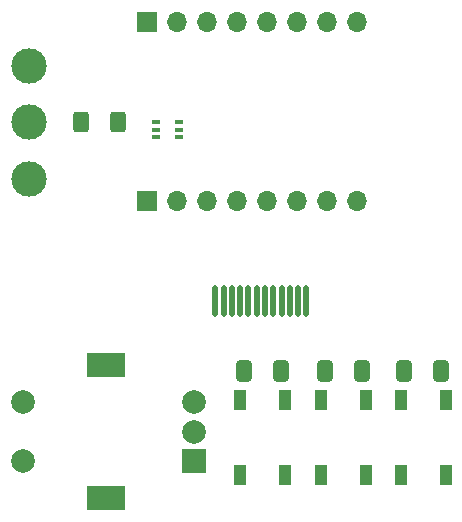
<source format=gbr>
%TF.GenerationSoftware,KiCad,Pcbnew,7.0.7*%
%TF.CreationDate,2024-01-07T22:57:32-05:00*%
%TF.ProjectId,ESP32-C3_hat,45535033-322d-4433-935f-6861742e6b69,rev?*%
%TF.SameCoordinates,Original*%
%TF.FileFunction,Soldermask,Top*%
%TF.FilePolarity,Negative*%
%FSLAX46Y46*%
G04 Gerber Fmt 4.6, Leading zero omitted, Abs format (unit mm)*
G04 Created by KiCad (PCBNEW 7.0.7) date 2024-01-07 22:57:32*
%MOMM*%
%LPD*%
G01*
G04 APERTURE LIST*
G04 Aperture macros list*
%AMRoundRect*
0 Rectangle with rounded corners*
0 $1 Rounding radius*
0 $2 $3 $4 $5 $6 $7 $8 $9 X,Y pos of 4 corners*
0 Add a 4 corners polygon primitive as box body*
4,1,4,$2,$3,$4,$5,$6,$7,$8,$9,$2,$3,0*
0 Add four circle primitives for the rounded corners*
1,1,$1+$1,$2,$3*
1,1,$1+$1,$4,$5*
1,1,$1+$1,$6,$7*
1,1,$1+$1,$8,$9*
0 Add four rect primitives between the rounded corners*
20,1,$1+$1,$2,$3,$4,$5,0*
20,1,$1+$1,$4,$5,$6,$7,0*
20,1,$1+$1,$6,$7,$8,$9,0*
20,1,$1+$1,$8,$9,$2,$3,0*%
G04 Aperture macros list end*
%ADD10R,0.650000X0.400000*%
%ADD11R,1.000000X1.700000*%
%ADD12C,3.000000*%
%ADD13RoundRect,0.250000X-0.412500X-0.650000X0.412500X-0.650000X0.412500X0.650000X-0.412500X0.650000X0*%
%ADD14RoundRect,0.250000X0.400000X0.625000X-0.400000X0.625000X-0.400000X-0.625000X0.400000X-0.625000X0*%
%ADD15RoundRect,0.110875X0.110875X-1.214125X0.110875X1.214125X-0.110875X1.214125X-0.110875X-1.214125X0*%
%ADD16C,2.000000*%
%ADD17R,3.200000X2.000000*%
%ADD18R,2.000000X2.000000*%
%ADD19O,1.700000X1.700000*%
%ADD20R,1.700000X1.700000*%
G04 APERTURE END LIST*
D10*
%TO.C,U1*%
X39776400Y-39908000D03*
X39776400Y-39258000D03*
X39776400Y-38608000D03*
X41676400Y-38608000D03*
X41676400Y-39258000D03*
X41676400Y-39908000D03*
%TD*%
D11*
%TO.C,S3*%
X60482400Y-68477200D03*
X60482400Y-62177200D03*
X64282400Y-62177200D03*
X64282400Y-68477200D03*
%TD*%
%TO.C,S2*%
X53695600Y-68478400D03*
X53695600Y-62178400D03*
X57495600Y-62178400D03*
X57495600Y-68478400D03*
%TD*%
D12*
%TO.C,J5*%
X29006800Y-43434000D03*
%TD*%
%TO.C,J4*%
X29006800Y-33832800D03*
%TD*%
%TO.C,J3*%
X29006800Y-38608000D03*
%TD*%
D13*
%TO.C,C4*%
X47205500Y-59690000D03*
X50330500Y-59690000D03*
%TD*%
%TO.C,C3*%
X54033100Y-59689600D03*
X57158100Y-59689600D03*
%TD*%
D14*
%TO.C,R3*%
X33400400Y-38608000D03*
X36500400Y-38608000D03*
%TD*%
D15*
%TO.C,D1*%
X44785650Y-53797200D03*
X45485650Y-53797200D03*
X46182400Y-53797200D03*
X46885650Y-53797200D03*
X47582400Y-53797200D03*
X48285650Y-53797200D03*
X48985650Y-53797200D03*
X49682400Y-53797200D03*
X50385650Y-53797200D03*
X51082400Y-53797200D03*
X51785650Y-53797200D03*
X52482400Y-53797200D03*
%TD*%
D13*
%TO.C,C1*%
X60789500Y-59688800D03*
X63914500Y-59688800D03*
%TD*%
D11*
%TO.C,S1*%
X46898400Y-68479200D03*
X46898400Y-62179200D03*
X50698400Y-68479200D03*
X50698400Y-62179200D03*
%TD*%
D16*
%TO.C,SW1*%
X28477250Y-67319600D03*
X28477250Y-62319600D03*
D17*
X35477250Y-59219600D03*
X35477250Y-70419600D03*
D16*
X42977250Y-64819600D03*
X42977250Y-62319600D03*
D18*
X42977250Y-67319600D03*
%TD*%
D19*
%TO.C,J1*%
X56758450Y-30162400D03*
X54218450Y-30162400D03*
X51678450Y-30162400D03*
X49138450Y-30162400D03*
X46598450Y-30162400D03*
X44058450Y-30162400D03*
X41518450Y-30162400D03*
D20*
X38978450Y-30162400D03*
%TD*%
D19*
%TO.C,J2*%
X56758450Y-45261600D03*
X54218450Y-45261600D03*
X51678450Y-45261600D03*
X49138450Y-45261600D03*
X46598450Y-45261600D03*
X44058450Y-45261600D03*
X41518450Y-45261600D03*
D20*
X38978450Y-45261600D03*
%TD*%
M02*

</source>
